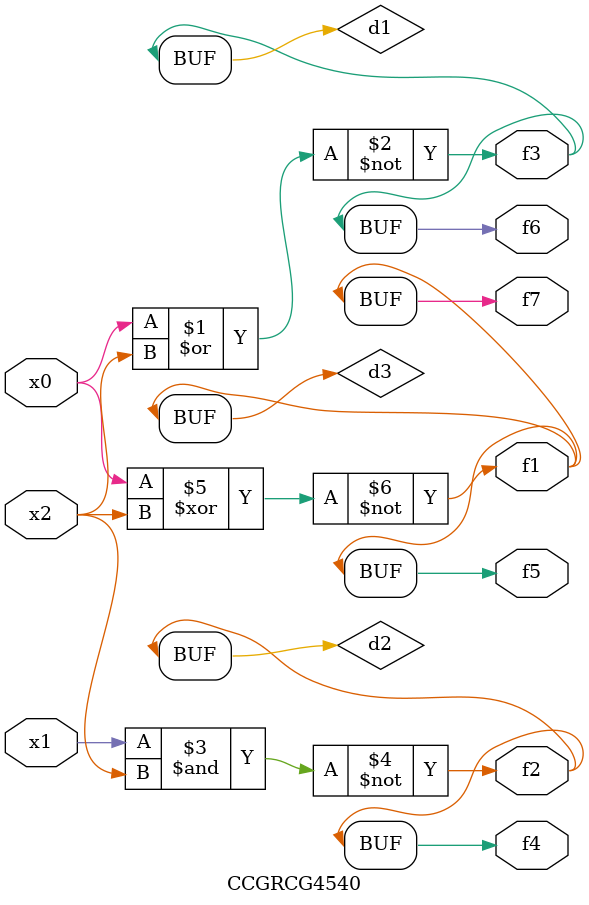
<source format=v>
module CCGRCG4540(
	input x0, x1, x2,
	output f1, f2, f3, f4, f5, f6, f7
);

	wire d1, d2, d3;

	nor (d1, x0, x2);
	nand (d2, x1, x2);
	xnor (d3, x0, x2);
	assign f1 = d3;
	assign f2 = d2;
	assign f3 = d1;
	assign f4 = d2;
	assign f5 = d3;
	assign f6 = d1;
	assign f7 = d3;
endmodule

</source>
